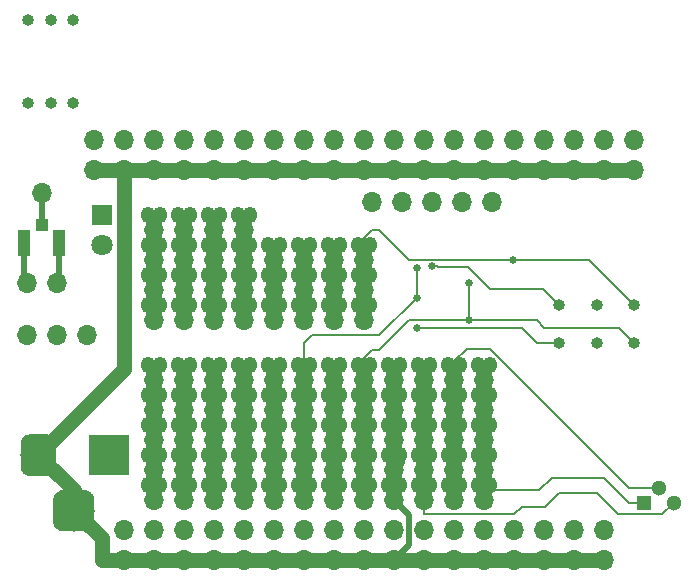
<source format=gbl>
G04 #@! TF.GenerationSoftware,KiCad,Pcbnew,5.0.2+dfsg1-1~bpo9+1*
G04 #@! TF.CreationDate,2020-04-14T03:18:22-04:00*
G04 #@! TF.ProjectId,attiny10,61747469-6e79-4313-902e-6b696361645f,0.10.a*
G04 #@! TF.SameCoordinates,Original*
G04 #@! TF.FileFunction,Copper,L2,Bot*
G04 #@! TF.FilePolarity,Positive*
%FSLAX46Y46*%
G04 Gerber Fmt 4.6, Leading zero omitted, Abs format (unit mm)*
G04 Created by KiCad (PCBNEW 5.0.2+dfsg1-1~bpo9+1) date Tue 14 Apr 2020 03:18:22 AM EDT*
%MOMM*%
%LPD*%
G01*
G04 APERTURE LIST*
G04 #@! TA.AperFunction,ComponentPad*
%ADD10O,1.000000X1.000000*%
G04 #@! TD*
G04 #@! TA.AperFunction,ComponentPad*
%ADD11O,1.700000X1.700000*%
G04 #@! TD*
G04 #@! TA.AperFunction,ComponentPad*
%ADD12O,1.200000X1.400000*%
G04 #@! TD*
G04 #@! TA.AperFunction,SMDPad,CuDef*
%ADD13R,1.050000X2.200000*%
G04 #@! TD*
G04 #@! TA.AperFunction,SMDPad,CuDef*
%ADD14R,1.000000X1.050000*%
G04 #@! TD*
G04 #@! TA.AperFunction,ComponentPad*
%ADD15C,1.800000*%
G04 #@! TD*
G04 #@! TA.AperFunction,ComponentPad*
%ADD16R,1.800000X1.800000*%
G04 #@! TD*
G04 #@! TA.AperFunction,ComponentPad*
%ADD17R,1.300000X1.300000*%
G04 #@! TD*
G04 #@! TA.AperFunction,ComponentPad*
%ADD18C,1.300000*%
G04 #@! TD*
G04 #@! TA.AperFunction,Conductor*
%ADD19C,0.150000*%
G04 #@! TD*
G04 #@! TA.AperFunction,ComponentPad*
%ADD20C,3.500000*%
G04 #@! TD*
G04 #@! TA.AperFunction,ComponentPad*
%ADD21C,3.000000*%
G04 #@! TD*
G04 #@! TA.AperFunction,ComponentPad*
%ADD22R,3.500000X3.500000*%
G04 #@! TD*
G04 #@! TA.AperFunction,ViaPad*
%ADD23C,0.635000*%
G04 #@! TD*
G04 #@! TA.AperFunction,Conductor*
%ADD24C,0.406400*%
G04 #@! TD*
G04 #@! TA.AperFunction,Conductor*
%ADD25C,0.508000*%
G04 #@! TD*
G04 #@! TA.AperFunction,Conductor*
%ADD26C,0.203200*%
G04 #@! TD*
G04 #@! TA.AperFunction,Conductor*
%ADD27C,1.270000*%
G04 #@! TD*
G04 APERTURE END LIST*
D10*
G04 #@! TO.P,REF\002A\002A,1*
G04 #@! TO.N,N/C*
X35687000Y-57150000D03*
G04 #@! TD*
G04 #@! TO.P,REF\002A\002A,1*
G04 #@! TO.N,N/C*
X33782000Y-57150000D03*
G04 #@! TD*
G04 #@! TO.P,REF\002A\002A,1*
G04 #@! TO.N,N/C*
X31877000Y-57150000D03*
G04 #@! TD*
G04 #@! TO.P,REF\002A\002A,1*
G04 #@! TO.N,N/C*
X35687000Y-64135000D03*
G04 #@! TD*
G04 #@! TO.P,REF\002A\002A,1*
G04 #@! TO.N,N/C*
X33782000Y-64135000D03*
G04 #@! TD*
G04 #@! TO.P,REF\002A\002A,1*
G04 #@! TO.N,N/C*
X31877000Y-64135000D03*
G04 #@! TD*
D11*
G04 #@! TO.P,REF\002A\002A,1*
G04 #@! TO.N,N/C*
X36830000Y-83820000D03*
G04 #@! TD*
G04 #@! TO.P,REF\002A\002A,1*
G04 #@! TO.N,N/C*
X34290000Y-83820000D03*
G04 #@! TD*
D10*
G04 #@! TO.P,REF\002A\002A,1*
G04 #@! TO.N,N/C*
X76835000Y-84455000D03*
G04 #@! TD*
G04 #@! TO.P,REF\002A\002A,1*
G04 #@! TO.N,N/C*
X80010000Y-84455000D03*
G04 #@! TD*
G04 #@! TO.P,REF\002A\002A,1*
G04 #@! TO.N,N/C*
X83185000Y-84455000D03*
G04 #@! TD*
G04 #@! TO.P,REF\002A\002A,1*
G04 #@! TO.N,N/C*
X83185000Y-81280000D03*
G04 #@! TD*
G04 #@! TO.P,REF\002A\002A,1*
G04 #@! TO.N,N/C*
X80010000Y-81280000D03*
G04 #@! TD*
D11*
G04 #@! TO.P,REF\002A\002A,1*
G04 #@! TO.N,N/C*
X67945000Y-102870000D03*
G04 #@! TD*
G04 #@! TO.P,REF\002A\002A,1*
G04 #@! TO.N,N/C*
X60960000Y-72517000D03*
G04 #@! TD*
G04 #@! TO.P,REF\002A\002A,1*
G04 #@! TO.N,N/C*
X71120000Y-72517000D03*
G04 #@! TD*
G04 #@! TO.P,REF\002A\002A,1*
G04 #@! TO.N,N/C*
X68580000Y-72517000D03*
G04 #@! TD*
G04 #@! TO.P,REF\002A\002A,1*
G04 #@! TO.N,N/C*
X66040000Y-72517000D03*
G04 #@! TD*
G04 #@! TO.P,REF\002A\002A,1*
G04 #@! TO.N,N/C*
X63500000Y-72517000D03*
G04 #@! TD*
G04 #@! TO.P,REF\002A\002A,1*
G04 #@! TO.N,N/C*
X73025000Y-69850000D03*
G04 #@! TD*
G04 #@! TO.P,REF\002A\002A,1*
G04 #@! TO.N,N/C*
X70485000Y-69850000D03*
G04 #@! TD*
G04 #@! TO.P,REF\002A\002A,1*
G04 #@! TO.N,N/C*
X67945000Y-69850000D03*
G04 #@! TD*
G04 #@! TO.P,REF\002A\002A,1*
G04 #@! TO.N,N/C*
X65405000Y-69850000D03*
G04 #@! TD*
G04 #@! TO.P,REF\002A\002A,1*
G04 #@! TO.N,N/C*
X33020000Y-71755000D03*
G04 #@! TD*
G04 #@! TO.P,REF\002A\002A,1*
G04 #@! TO.N,N/C*
X34290000Y-79375000D03*
G04 #@! TD*
G04 #@! TO.P,REF\002A\002A,1*
G04 #@! TO.N,N/C*
X31750000Y-79375000D03*
G04 #@! TD*
G04 #@! TO.P,REF\002A\002A,1*
G04 #@! TO.N,N/C*
X83185000Y-69850000D03*
G04 #@! TD*
G04 #@! TO.P,REF\002A\002A,1*
G04 #@! TO.N,N/C*
X70485000Y-67310000D03*
G04 #@! TD*
G04 #@! TO.P,REF\002A\002A,1*
G04 #@! TO.N,N/C*
X83185000Y-67310000D03*
G04 #@! TD*
G04 #@! TO.P,REF\002A\002A,1*
G04 #@! TO.N,N/C*
X75565000Y-67310000D03*
G04 #@! TD*
G04 #@! TO.P,REF\002A\002A,1*
G04 #@! TO.N,N/C*
X78105000Y-69850000D03*
G04 #@! TD*
G04 #@! TO.P,REF\002A\002A,1*
G04 #@! TO.N,N/C*
X78105000Y-67310000D03*
G04 #@! TD*
G04 #@! TO.P,REF\002A\002A,1*
G04 #@! TO.N,N/C*
X80645000Y-67310000D03*
G04 #@! TD*
G04 #@! TO.P,REF\002A\002A,1*
G04 #@! TO.N,N/C*
X73025000Y-67310000D03*
G04 #@! TD*
G04 #@! TO.P,REF\002A\002A,1*
G04 #@! TO.N,N/C*
X75565000Y-69850000D03*
G04 #@! TD*
G04 #@! TO.P,REF\002A\002A,1*
G04 #@! TO.N,N/C*
X80645000Y-69850000D03*
G04 #@! TD*
G04 #@! TO.P,REF\002A\002A,1*
G04 #@! TO.N,N/C*
X80645000Y-102870000D03*
G04 #@! TD*
G04 #@! TO.P,REF\002A\002A,1*
G04 #@! TO.N,N/C*
X75565000Y-102870000D03*
G04 #@! TD*
G04 #@! TO.P,REF\002A\002A,1*
G04 #@! TO.N,N/C*
X70485000Y-102870000D03*
G04 #@! TD*
G04 #@! TO.P,REF\002A\002A,1*
G04 #@! TO.N,N/C*
X78105000Y-102870000D03*
G04 #@! TD*
G04 #@! TO.P,REF\002A\002A,1*
G04 #@! TO.N,N/C*
X73025000Y-102870000D03*
G04 #@! TD*
G04 #@! TO.P,REF\002A\002A,1*
G04 #@! TO.N,N/C*
X73025000Y-100330000D03*
G04 #@! TD*
G04 #@! TO.P,REF\002A\002A,1*
G04 #@! TO.N,N/C*
X78105000Y-100330000D03*
G04 #@! TD*
G04 #@! TO.P,REF\002A\002A,1*
G04 #@! TO.N,N/C*
X80645000Y-100330000D03*
G04 #@! TD*
G04 #@! TO.P,REF\002A\002A,1*
G04 #@! TO.N,N/C*
X75565000Y-100330000D03*
G04 #@! TD*
G04 #@! TO.P,REF\002A\002A,1*
G04 #@! TO.N,N/C*
X70485000Y-100330000D03*
G04 #@! TD*
G04 #@! TO.P,REF\002A\002A,1*
G04 #@! TO.N,N/C*
X70485000Y-92710000D03*
G04 #@! TD*
G04 #@! TO.P,REF\002A\002A,1*
G04 #@! TO.N,N/C*
X65405000Y-90170000D03*
G04 #@! TD*
G04 #@! TO.P,REF\002A\002A,1*
G04 #@! TO.N,N/C*
X65405000Y-97790000D03*
G04 #@! TD*
G04 #@! TO.P,REF\002A\002A,1*
G04 #@! TO.N,N/C*
X62865000Y-87630000D03*
G04 #@! TD*
G04 #@! TO.P,REF\002A\002A,1*
G04 #@! TO.N,N/C*
X62865000Y-90170000D03*
G04 #@! TD*
G04 #@! TO.P,REF\002A\002A,1*
G04 #@! TO.N,N/C*
X67945000Y-95250000D03*
G04 #@! TD*
G04 #@! TO.P,REF\002A\002A,1*
G04 #@! TO.N,N/C*
X67945000Y-92710000D03*
G04 #@! TD*
G04 #@! TO.P,REF\002A\002A,1*
G04 #@! TO.N,N/C*
X70485000Y-97790000D03*
G04 #@! TD*
G04 #@! TO.P,REF\002A\002A,1*
G04 #@! TO.N,N/C*
X70485000Y-90170000D03*
G04 #@! TD*
G04 #@! TO.P,REF\002A\002A,1*
G04 #@! TO.N,N/C*
X70485000Y-95250000D03*
G04 #@! TD*
G04 #@! TO.P,REF\002A\002A,1*
G04 #@! TO.N,N/C*
X62865000Y-95250000D03*
G04 #@! TD*
G04 #@! TO.P,REF\002A\002A,1*
G04 #@! TO.N,N/C*
X62865000Y-92710000D03*
G04 #@! TD*
G04 #@! TO.P,REF\002A\002A,1*
G04 #@! TO.N,N/C*
X65405000Y-95250000D03*
G04 #@! TD*
G04 #@! TO.P,REF\002A\002A,1*
G04 #@! TO.N,N/C*
X65405000Y-92710000D03*
G04 #@! TD*
G04 #@! TO.P,REF\002A\002A,1*
G04 #@! TO.N,N/C*
X67945000Y-97790000D03*
G04 #@! TD*
G04 #@! TO.P,REF\002A\002A,1*
G04 #@! TO.N,N/C*
X62865000Y-97790000D03*
G04 #@! TD*
G04 #@! TO.P,REF\002A\002A,1*
G04 #@! TO.N,N/C*
X67945000Y-90170000D03*
G04 #@! TD*
G04 #@! TO.P,REF\002A\002A,1*
G04 #@! TO.N,N/C*
X67945000Y-87630000D03*
G04 #@! TD*
D12*
G04 #@! TO.P,P?,8*
G04 #@! TO.N,N/C*
X71020000Y-88900000D03*
G04 #@! TO.P,P?,7*
X69950000Y-88900000D03*
G04 #@! TO.P,P?,6*
X68480000Y-88900000D03*
G04 #@! TO.P,P?,5*
X67410000Y-88900000D03*
G04 #@! TO.P,P?,4*
X65940000Y-88900000D03*
G04 #@! TO.P,P?,3*
X64870000Y-88900000D03*
G04 #@! TO.P,P?,2*
X63400000Y-88900000D03*
G04 #@! TO.P,P?,1*
X62330000Y-88900000D03*
G04 #@! TD*
G04 #@! TO.P,P?,8*
G04 #@! TO.N,N/C*
X71020000Y-96520000D03*
G04 #@! TO.P,P?,7*
X69950000Y-96520000D03*
G04 #@! TO.P,P?,6*
X68480000Y-96520000D03*
G04 #@! TO.P,P?,5*
X67410000Y-96520000D03*
G04 #@! TO.P,P?,4*
X65940000Y-96520000D03*
G04 #@! TO.P,P?,3*
X64870000Y-96520000D03*
G04 #@! TO.P,P?,2*
X63400000Y-96520000D03*
G04 #@! TO.P,P?,1*
X62330000Y-96520000D03*
G04 #@! TD*
G04 #@! TO.P,P?,8*
G04 #@! TO.N,N/C*
X71020000Y-86360000D03*
G04 #@! TO.P,P?,7*
X69950000Y-86360000D03*
G04 #@! TO.P,P?,6*
X68480000Y-86360000D03*
G04 #@! TO.P,P?,5*
X67410000Y-86360000D03*
G04 #@! TO.P,P?,4*
X65940000Y-86360000D03*
G04 #@! TO.P,P?,3*
X64870000Y-86360000D03*
G04 #@! TO.P,P?,2*
X63400000Y-86360000D03*
G04 #@! TO.P,P?,1*
X62330000Y-86360000D03*
G04 #@! TD*
G04 #@! TO.P,P?,8*
G04 #@! TO.N,N/C*
X71020000Y-93980000D03*
G04 #@! TO.P,P?,7*
X69950000Y-93980000D03*
G04 #@! TO.P,P?,6*
X68480000Y-93980000D03*
G04 #@! TO.P,P?,5*
X67410000Y-93980000D03*
G04 #@! TO.P,P?,4*
X65940000Y-93980000D03*
G04 #@! TO.P,P?,3*
X64870000Y-93980000D03*
G04 #@! TO.P,P?,2*
X63400000Y-93980000D03*
G04 #@! TO.P,P?,1*
X62330000Y-93980000D03*
G04 #@! TD*
G04 #@! TO.P,P?,8*
G04 #@! TO.N,N/C*
X71020000Y-91440000D03*
G04 #@! TO.P,P?,7*
X69950000Y-91440000D03*
G04 #@! TO.P,P?,6*
X68480000Y-91440000D03*
G04 #@! TO.P,P?,5*
X67410000Y-91440000D03*
G04 #@! TO.P,P?,4*
X65940000Y-91440000D03*
G04 #@! TO.P,P?,3*
X64870000Y-91440000D03*
G04 #@! TO.P,P?,2*
X63400000Y-91440000D03*
G04 #@! TO.P,P?,1*
X62330000Y-91440000D03*
G04 #@! TD*
D11*
G04 #@! TO.P,REF\002A\002A,1*
G04 #@! TO.N,N/C*
X65405000Y-87630000D03*
G04 #@! TD*
G04 #@! TO.P,REF\002A\002A,1*
G04 #@! TO.N,N/C*
X70485000Y-87630000D03*
G04 #@! TD*
G04 #@! TO.P,REF\002A\002A,1*
G04 #@! TO.N,N/C*
X50165000Y-77470000D03*
G04 #@! TD*
G04 #@! TO.P,REF\002A\002A,1*
G04 #@! TO.N,N/C*
X52705000Y-82550000D03*
G04 #@! TD*
G04 #@! TO.P,REF\002A\002A,1*
G04 #@! TO.N,N/C*
X52705000Y-80010000D03*
G04 #@! TD*
G04 #@! TO.P,REF\002A\002A,1*
G04 #@! TO.N,N/C*
X57785000Y-82550000D03*
G04 #@! TD*
G04 #@! TO.P,REF\002A\002A,1*
G04 #@! TO.N,N/C*
X45085000Y-74930000D03*
G04 #@! TD*
G04 #@! TO.P,REF\002A\002A,1*
G04 #@! TO.N,N/C*
X45085000Y-82550000D03*
G04 #@! TD*
G04 #@! TO.P,REF\002A\002A,1*
G04 #@! TO.N,N/C*
X42545000Y-74930000D03*
G04 #@! TD*
G04 #@! TO.P,REF\002A\002A,1*
G04 #@! TO.N,N/C*
X47625000Y-80010000D03*
G04 #@! TD*
G04 #@! TO.P,REF\002A\002A,1*
G04 #@! TO.N,N/C*
X47625000Y-77470000D03*
G04 #@! TD*
G04 #@! TO.P,REF\002A\002A,1*
G04 #@! TO.N,N/C*
X50165000Y-82550000D03*
G04 #@! TD*
G04 #@! TO.P,REF\002A\002A,1*
G04 #@! TO.N,N/C*
X50165000Y-74930000D03*
G04 #@! TD*
G04 #@! TO.P,REF\002A\002A,1*
G04 #@! TO.N,N/C*
X57785000Y-77470000D03*
G04 #@! TD*
G04 #@! TO.P,REF\002A\002A,1*
G04 #@! TO.N,N/C*
X55245000Y-77470000D03*
G04 #@! TD*
G04 #@! TO.P,REF\002A\002A,1*
G04 #@! TO.N,N/C*
X50165000Y-80010000D03*
G04 #@! TD*
G04 #@! TO.P,REF\002A\002A,1*
G04 #@! TO.N,N/C*
X42545000Y-80010000D03*
G04 #@! TD*
G04 #@! TO.P,REF\002A\002A,1*
G04 #@! TO.N,N/C*
X42545000Y-77470000D03*
G04 #@! TD*
G04 #@! TO.P,REF\002A\002A,1*
G04 #@! TO.N,N/C*
X55245000Y-80010000D03*
G04 #@! TD*
G04 #@! TO.P,REF\002A\002A,1*
G04 #@! TO.N,N/C*
X60325000Y-82550000D03*
G04 #@! TD*
G04 #@! TO.P,REF\002A\002A,1*
G04 #@! TO.N,N/C*
X60325000Y-80010000D03*
G04 #@! TD*
G04 #@! TO.P,REF\002A\002A,1*
G04 #@! TO.N,N/C*
X52705000Y-77470000D03*
G04 #@! TD*
D12*
G04 #@! TO.P,P?,1*
G04 #@! TO.N,N/C*
X52170000Y-76200000D03*
G04 #@! TO.P,P?,2*
X53240000Y-76200000D03*
G04 #@! TO.P,P?,3*
X54710000Y-76200000D03*
G04 #@! TO.P,P?,4*
X55780000Y-76200000D03*
G04 #@! TO.P,P?,5*
X57250000Y-76200000D03*
G04 #@! TO.P,P?,6*
X58320000Y-76200000D03*
G04 #@! TO.P,P?,7*
X59790000Y-76200000D03*
G04 #@! TO.P,P?,8*
X60860000Y-76200000D03*
G04 #@! TD*
D11*
G04 #@! TO.P,REF\002A\002A,1*
G04 #@! TO.N,N/C*
X55245000Y-82550000D03*
G04 #@! TD*
G04 #@! TO.P,REF\002A\002A,1*
G04 #@! TO.N,N/C*
X57785000Y-80010000D03*
G04 #@! TD*
D12*
G04 #@! TO.P,P?,1*
G04 #@! TO.N,N/C*
X52170000Y-81280000D03*
G04 #@! TO.P,P?,2*
X53240000Y-81280000D03*
G04 #@! TO.P,P?,3*
X54710000Y-81280000D03*
G04 #@! TO.P,P?,4*
X55780000Y-81280000D03*
G04 #@! TO.P,P?,5*
X57250000Y-81280000D03*
G04 #@! TO.P,P?,6*
X58320000Y-81280000D03*
G04 #@! TO.P,P?,7*
X59790000Y-81280000D03*
G04 #@! TO.P,P?,8*
X60860000Y-81280000D03*
G04 #@! TD*
D11*
G04 #@! TO.P,REF\002A\002A,1*
G04 #@! TO.N,N/C*
X45085000Y-80010000D03*
G04 #@! TD*
G04 #@! TO.P,REF\002A\002A,1*
G04 #@! TO.N,N/C*
X45085000Y-77470000D03*
G04 #@! TD*
D12*
G04 #@! TO.P,P?,1*
G04 #@! TO.N,N/C*
X52170000Y-78740000D03*
G04 #@! TO.P,P?,2*
X53240000Y-78740000D03*
G04 #@! TO.P,P?,3*
X54710000Y-78740000D03*
G04 #@! TO.P,P?,4*
X55780000Y-78740000D03*
G04 #@! TO.P,P?,5*
X57250000Y-78740000D03*
G04 #@! TO.P,P?,6*
X58320000Y-78740000D03*
G04 #@! TO.P,P?,7*
X59790000Y-78740000D03*
G04 #@! TO.P,P?,8*
X60860000Y-78740000D03*
G04 #@! TD*
D11*
G04 #@! TO.P,REF\002A\002A,1*
G04 #@! TO.N,N/C*
X47625000Y-82550000D03*
G04 #@! TD*
G04 #@! TO.P,REF\002A\002A,1*
G04 #@! TO.N,N/C*
X42545000Y-82550000D03*
G04 #@! TD*
G04 #@! TO.P,REF\002A\002A,1*
G04 #@! TO.N,N/C*
X47625000Y-74930000D03*
G04 #@! TD*
G04 #@! TO.P,REF\002A\002A,1*
G04 #@! TO.N,N/C*
X60325000Y-77470000D03*
G04 #@! TD*
D12*
G04 #@! TO.P,P?,8*
G04 #@! TO.N,N/C*
X50700000Y-73660000D03*
G04 #@! TO.P,P?,7*
X49630000Y-73660000D03*
G04 #@! TO.P,P?,6*
X48160000Y-73660000D03*
G04 #@! TO.P,P?,5*
X47090000Y-73660000D03*
G04 #@! TO.P,P?,4*
X45620000Y-73660000D03*
G04 #@! TO.P,P?,3*
X44550000Y-73660000D03*
G04 #@! TO.P,P?,2*
X43080000Y-73660000D03*
G04 #@! TO.P,P?,1*
X42010000Y-73660000D03*
G04 #@! TD*
G04 #@! TO.P,P?,8*
G04 #@! TO.N,N/C*
X50700000Y-81280000D03*
G04 #@! TO.P,P?,7*
X49630000Y-81280000D03*
G04 #@! TO.P,P?,6*
X48160000Y-81280000D03*
G04 #@! TO.P,P?,5*
X47090000Y-81280000D03*
G04 #@! TO.P,P?,4*
X45620000Y-81280000D03*
G04 #@! TO.P,P?,3*
X44550000Y-81280000D03*
G04 #@! TO.P,P?,2*
X43080000Y-81280000D03*
G04 #@! TO.P,P?,1*
X42010000Y-81280000D03*
G04 #@! TD*
G04 #@! TO.P,P?,8*
G04 #@! TO.N,N/C*
X50700000Y-78740000D03*
G04 #@! TO.P,P?,7*
X49630000Y-78740000D03*
G04 #@! TO.P,P?,6*
X48160000Y-78740000D03*
G04 #@! TO.P,P?,5*
X47090000Y-78740000D03*
G04 #@! TO.P,P?,4*
X45620000Y-78740000D03*
G04 #@! TO.P,P?,3*
X44550000Y-78740000D03*
G04 #@! TO.P,P?,2*
X43080000Y-78740000D03*
G04 #@! TO.P,P?,1*
X42010000Y-78740000D03*
G04 #@! TD*
G04 #@! TO.P,P?,8*
G04 #@! TO.N,N/C*
X50700000Y-76200000D03*
G04 #@! TO.P,P?,7*
X49630000Y-76200000D03*
G04 #@! TO.P,P?,6*
X48160000Y-76200000D03*
G04 #@! TO.P,P?,5*
X47090000Y-76200000D03*
G04 #@! TO.P,P?,4*
X45620000Y-76200000D03*
G04 #@! TO.P,P?,3*
X44550000Y-76200000D03*
G04 #@! TO.P,P?,2*
X43080000Y-76200000D03*
G04 #@! TO.P,P?,1*
X42010000Y-76200000D03*
G04 #@! TD*
D11*
G04 #@! TO.P,REF\002A\002A,1*
G04 #@! TO.N,N/C*
X60325000Y-92710000D03*
G04 #@! TD*
G04 #@! TO.P,REF\002A\002A,1*
G04 #@! TO.N,N/C*
X55245000Y-90170000D03*
G04 #@! TD*
G04 #@! TO.P,REF\002A\002A,1*
G04 #@! TO.N,N/C*
X55245000Y-97790000D03*
G04 #@! TD*
G04 #@! TO.P,REF\002A\002A,1*
G04 #@! TO.N,N/C*
X52705000Y-87630000D03*
G04 #@! TD*
G04 #@! TO.P,REF\002A\002A,1*
G04 #@! TO.N,N/C*
X52705000Y-90170000D03*
G04 #@! TD*
G04 #@! TO.P,REF\002A\002A,1*
G04 #@! TO.N,N/C*
X57785000Y-95250000D03*
G04 #@! TD*
G04 #@! TO.P,REF\002A\002A,1*
G04 #@! TO.N,N/C*
X57785000Y-92710000D03*
G04 #@! TD*
G04 #@! TO.P,REF\002A\002A,1*
G04 #@! TO.N,N/C*
X60325000Y-97790000D03*
G04 #@! TD*
G04 #@! TO.P,REF\002A\002A,1*
G04 #@! TO.N,N/C*
X60325000Y-90170000D03*
G04 #@! TD*
G04 #@! TO.P,REF\002A\002A,1*
G04 #@! TO.N,N/C*
X60325000Y-95250000D03*
G04 #@! TD*
G04 #@! TO.P,REF\002A\002A,1*
G04 #@! TO.N,N/C*
X52705000Y-95250000D03*
G04 #@! TD*
G04 #@! TO.P,REF\002A\002A,1*
G04 #@! TO.N,N/C*
X52705000Y-92710000D03*
G04 #@! TD*
G04 #@! TO.P,REF\002A\002A,1*
G04 #@! TO.N,N/C*
X55245000Y-95250000D03*
G04 #@! TD*
G04 #@! TO.P,REF\002A\002A,1*
G04 #@! TO.N,N/C*
X55245000Y-92710000D03*
G04 #@! TD*
G04 #@! TO.P,REF\002A\002A,1*
G04 #@! TO.N,N/C*
X57785000Y-97790000D03*
G04 #@! TD*
G04 #@! TO.P,REF\002A\002A,1*
G04 #@! TO.N,N/C*
X52705000Y-97790000D03*
G04 #@! TD*
G04 #@! TO.P,REF\002A\002A,1*
G04 #@! TO.N,N/C*
X57785000Y-90170000D03*
G04 #@! TD*
G04 #@! TO.P,REF\002A\002A,1*
G04 #@! TO.N,N/C*
X57785000Y-87630000D03*
G04 #@! TD*
D12*
G04 #@! TO.P,P?,8*
G04 #@! TO.N,N/C*
X60860000Y-88900000D03*
G04 #@! TO.P,P?,7*
X59790000Y-88900000D03*
G04 #@! TO.P,P?,6*
X58320000Y-88900000D03*
G04 #@! TO.P,P?,5*
X57250000Y-88900000D03*
G04 #@! TO.P,P?,4*
X55780000Y-88900000D03*
G04 #@! TO.P,P?,3*
X54710000Y-88900000D03*
G04 #@! TO.P,P?,2*
X53240000Y-88900000D03*
G04 #@! TO.P,P?,1*
X52170000Y-88900000D03*
G04 #@! TD*
G04 #@! TO.P,P?,8*
G04 #@! TO.N,N/C*
X60860000Y-96520000D03*
G04 #@! TO.P,P?,7*
X59790000Y-96520000D03*
G04 #@! TO.P,P?,6*
X58320000Y-96520000D03*
G04 #@! TO.P,P?,5*
X57250000Y-96520000D03*
G04 #@! TO.P,P?,4*
X55780000Y-96520000D03*
G04 #@! TO.P,P?,3*
X54710000Y-96520000D03*
G04 #@! TO.P,P?,2*
X53240000Y-96520000D03*
G04 #@! TO.P,P?,1*
X52170000Y-96520000D03*
G04 #@! TD*
G04 #@! TO.P,P?,8*
G04 #@! TO.N,N/C*
X60860000Y-86360000D03*
G04 #@! TO.P,P?,7*
X59790000Y-86360000D03*
G04 #@! TO.P,P?,6*
X58320000Y-86360000D03*
G04 #@! TO.P,P?,5*
X57250000Y-86360000D03*
G04 #@! TO.P,P?,4*
X55780000Y-86360000D03*
G04 #@! TO.P,P?,3*
X54710000Y-86360000D03*
G04 #@! TO.P,P?,2*
X53240000Y-86360000D03*
G04 #@! TO.P,P?,1*
X52170000Y-86360000D03*
G04 #@! TD*
G04 #@! TO.P,P?,8*
G04 #@! TO.N,N/C*
X60860000Y-93980000D03*
G04 #@! TO.P,P?,7*
X59790000Y-93980000D03*
G04 #@! TO.P,P?,6*
X58320000Y-93980000D03*
G04 #@! TO.P,P?,5*
X57250000Y-93980000D03*
G04 #@! TO.P,P?,4*
X55780000Y-93980000D03*
G04 #@! TO.P,P?,3*
X54710000Y-93980000D03*
G04 #@! TO.P,P?,2*
X53240000Y-93980000D03*
G04 #@! TO.P,P?,1*
X52170000Y-93980000D03*
G04 #@! TD*
G04 #@! TO.P,P?,8*
G04 #@! TO.N,N/C*
X60860000Y-91440000D03*
G04 #@! TO.P,P?,7*
X59790000Y-91440000D03*
G04 #@! TO.P,P?,6*
X58320000Y-91440000D03*
G04 #@! TO.P,P?,5*
X57250000Y-91440000D03*
G04 #@! TO.P,P?,4*
X55780000Y-91440000D03*
G04 #@! TO.P,P?,3*
X54710000Y-91440000D03*
G04 #@! TO.P,P?,2*
X53240000Y-91440000D03*
G04 #@! TO.P,P?,1*
X52170000Y-91440000D03*
G04 #@! TD*
D11*
G04 #@! TO.P,REF\002A\002A,1*
G04 #@! TO.N,N/C*
X55245000Y-87630000D03*
G04 #@! TD*
G04 #@! TO.P,REF\002A\002A,1*
G04 #@! TO.N,N/C*
X60325000Y-87630000D03*
G04 #@! TD*
G04 #@! TO.P,REF\002A\002A,1*
G04 #@! TO.N,N/C*
X50165000Y-95250000D03*
G04 #@! TD*
G04 #@! TO.P,REF\002A\002A,1*
G04 #@! TO.N,N/C*
X50165000Y-92710000D03*
G04 #@! TD*
G04 #@! TO.P,REF\002A\002A,1*
G04 #@! TO.N,N/C*
X50165000Y-97790000D03*
G04 #@! TD*
G04 #@! TO.P,REF\002A\002A,1*
G04 #@! TO.N,N/C*
X50165000Y-90170000D03*
G04 #@! TD*
G04 #@! TO.P,REF\002A\002A,1*
G04 #@! TO.N,N/C*
X50165000Y-87630000D03*
G04 #@! TD*
G04 #@! TO.P,REF\002A\002A,1*
G04 #@! TO.N,N/C*
X47625000Y-90170000D03*
G04 #@! TD*
G04 #@! TO.P,REF\002A\002A,1*
G04 #@! TO.N,N/C*
X47625000Y-97790000D03*
G04 #@! TD*
G04 #@! TO.P,REF\002A\002A,1*
G04 #@! TO.N,N/C*
X47625000Y-95250000D03*
G04 #@! TD*
G04 #@! TO.P,REF\002A\002A,1*
G04 #@! TO.N,N/C*
X47625000Y-92710000D03*
G04 #@! TD*
G04 #@! TO.P,REF\002A\002A,1*
G04 #@! TO.N,N/C*
X47625000Y-87630000D03*
G04 #@! TD*
G04 #@! TO.P,REF\002A\002A,1*
G04 #@! TO.N,N/C*
X45085000Y-87630000D03*
G04 #@! TD*
G04 #@! TO.P,REF\002A\002A,1*
G04 #@! TO.N,N/C*
X45085000Y-90170000D03*
G04 #@! TD*
G04 #@! TO.P,REF\002A\002A,1*
G04 #@! TO.N,N/C*
X45085000Y-95250000D03*
G04 #@! TD*
G04 #@! TO.P,REF\002A\002A,1*
G04 #@! TO.N,N/C*
X45085000Y-92710000D03*
G04 #@! TD*
G04 #@! TO.P,REF\002A\002A,1*
G04 #@! TO.N,N/C*
X45085000Y-97790000D03*
G04 #@! TD*
G04 #@! TO.P,REF\002A\002A,1*
G04 #@! TO.N,N/C*
X42545000Y-97790000D03*
G04 #@! TD*
G04 #@! TO.P,REF\002A\002A,1*
G04 #@! TO.N,N/C*
X42545000Y-95250000D03*
G04 #@! TD*
G04 #@! TO.P,REF\002A\002A,1*
G04 #@! TO.N,N/C*
X42545000Y-92710000D03*
G04 #@! TD*
G04 #@! TO.P,REF\002A\002A,1*
G04 #@! TO.N,N/C*
X42545000Y-90170000D03*
G04 #@! TD*
G04 #@! TO.P,REF\002A\002A,1*
G04 #@! TO.N,N/C*
X42545000Y-87630000D03*
G04 #@! TD*
G04 #@! TO.P,REF\002A\002A,1*
G04 #@! TO.N,N/C*
X60325000Y-67310000D03*
G04 #@! TD*
G04 #@! TO.P,REF\002A\002A,1*
G04 #@! TO.N,N/C*
X55245000Y-67310000D03*
G04 #@! TD*
G04 #@! TO.P,REF\002A\002A,1*
G04 #@! TO.N,N/C*
X45085000Y-69850000D03*
G04 #@! TD*
G04 #@! TO.P,REF\002A\002A,1*
G04 #@! TO.N,N/C*
X67945000Y-67310000D03*
G04 #@! TD*
G04 #@! TO.P,REF\002A\002A,1*
G04 #@! TO.N,N/C*
X50165000Y-67310000D03*
G04 #@! TD*
G04 #@! TO.P,REF\002A\002A,1*
G04 #@! TO.N,N/C*
X40005000Y-69850000D03*
G04 #@! TD*
G04 #@! TO.P,REF\002A\002A,1*
G04 #@! TO.N,N/C*
X60325000Y-69850000D03*
G04 #@! TD*
G04 #@! TO.P,REF\002A\002A,1*
G04 #@! TO.N,N/C*
X55245000Y-69850000D03*
G04 #@! TD*
G04 #@! TO.P,REF\002A\002A,1*
G04 #@! TO.N,N/C*
X52705000Y-67310000D03*
G04 #@! TD*
G04 #@! TO.P,REF\002A\002A,1*
G04 #@! TO.N,N/C*
X37465000Y-67310000D03*
G04 #@! TD*
G04 #@! TO.P,REF\002A\002A,1*
G04 #@! TO.N,N/C*
X62865000Y-69850000D03*
G04 #@! TD*
G04 #@! TO.P,REF\002A\002A,1*
G04 #@! TO.N,N/C*
X42545000Y-69850000D03*
G04 #@! TD*
G04 #@! TO.P,REF\002A\002A,1*
G04 #@! TO.N,N/C*
X57785000Y-69850000D03*
G04 #@! TD*
G04 #@! TO.P,REF\002A\002A,1*
G04 #@! TO.N,N/C*
X37465000Y-69850000D03*
G04 #@! TD*
G04 #@! TO.P,REF\002A\002A,1*
G04 #@! TO.N,N/C*
X50165000Y-69850000D03*
G04 #@! TD*
G04 #@! TO.P,REF\002A\002A,1*
G04 #@! TO.N,N/C*
X42545000Y-67310000D03*
G04 #@! TD*
G04 #@! TO.P,REF\002A\002A,1*
G04 #@! TO.N,N/C*
X57785000Y-67310000D03*
G04 #@! TD*
G04 #@! TO.P,REF\002A\002A,1*
G04 #@! TO.N,N/C*
X45085000Y-67310000D03*
G04 #@! TD*
G04 #@! TO.P,REF\002A\002A,1*
G04 #@! TO.N,N/C*
X62865000Y-67310000D03*
G04 #@! TD*
G04 #@! TO.P,REF\002A\002A,1*
G04 #@! TO.N,N/C*
X40005000Y-67310000D03*
G04 #@! TD*
G04 #@! TO.P,REF\002A\002A,1*
G04 #@! TO.N,N/C*
X65405000Y-67310000D03*
G04 #@! TD*
G04 #@! TO.P,REF\002A\002A,1*
G04 #@! TO.N,N/C*
X47625000Y-67310000D03*
G04 #@! TD*
G04 #@! TO.P,REF\002A\002A,1*
G04 #@! TO.N,N/C*
X52705000Y-69850000D03*
G04 #@! TD*
G04 #@! TO.P,REF\002A\002A,1*
G04 #@! TO.N,N/C*
X47625000Y-69850000D03*
G04 #@! TD*
G04 #@! TO.P,REF\002A\002A,1*
G04 #@! TO.N,N/C*
X65405000Y-102870000D03*
G04 #@! TD*
G04 #@! TO.P,REF\002A\002A,1*
G04 #@! TO.N,N/C*
X60325000Y-102870000D03*
G04 #@! TD*
G04 #@! TO.P,REF\002A\002A,1*
G04 #@! TO.N,N/C*
X55245000Y-102870000D03*
G04 #@! TD*
G04 #@! TO.P,REF\002A\002A,1*
G04 #@! TO.N,N/C*
X57785000Y-100330000D03*
G04 #@! TD*
G04 #@! TO.P,REF\002A\002A,1*
G04 #@! TO.N,N/C*
X62865000Y-102870000D03*
G04 #@! TD*
G04 #@! TO.P,REF\002A\002A,1*
G04 #@! TO.N,N/C*
X57785000Y-102870000D03*
G04 #@! TD*
G04 #@! TO.P,REF\002A\002A,1*
G04 #@! TO.N,N/C*
X62865000Y-100330000D03*
G04 #@! TD*
G04 #@! TO.P,REF\002A\002A,1*
G04 #@! TO.N,N/C*
X65405000Y-100330000D03*
G04 #@! TD*
G04 #@! TO.P,REF\002A\002A,1*
G04 #@! TO.N,N/C*
X60325000Y-100330000D03*
G04 #@! TD*
G04 #@! TO.P,REF\002A\002A,1*
G04 #@! TO.N,N/C*
X67945000Y-100330000D03*
G04 #@! TD*
G04 #@! TO.P,REF\002A\002A,1*
G04 #@! TO.N,N/C*
X55245000Y-100330000D03*
G04 #@! TD*
G04 #@! TO.P,REF\002A\002A,1*
G04 #@! TO.N,N/C*
X50165000Y-102870000D03*
G04 #@! TD*
G04 #@! TO.P,REF\002A\002A,1*
G04 #@! TO.N,N/C*
X45085000Y-102870000D03*
G04 #@! TD*
G04 #@! TO.P,REF\002A\002A,1*
G04 #@! TO.N,N/C*
X47625000Y-100330000D03*
G04 #@! TD*
G04 #@! TO.P,REF\002A\002A,1*
G04 #@! TO.N,N/C*
X52705000Y-102870000D03*
G04 #@! TD*
G04 #@! TO.P,REF\002A\002A,1*
G04 #@! TO.N,N/C*
X47625000Y-102870000D03*
G04 #@! TD*
G04 #@! TO.P,REF\002A\002A,1*
G04 #@! TO.N,N/C*
X52705000Y-100330000D03*
G04 #@! TD*
G04 #@! TO.P,REF\002A\002A,1*
G04 #@! TO.N,N/C*
X50165000Y-100330000D03*
G04 #@! TD*
G04 #@! TO.P,REF\002A\002A,1*
G04 #@! TO.N,N/C*
X45085000Y-100330000D03*
G04 #@! TD*
G04 #@! TO.P,REF\002A\002A,1*
G04 #@! TO.N,N/C*
X42545000Y-102870000D03*
G04 #@! TD*
G04 #@! TO.P,REF\002A\002A,1*
G04 #@! TO.N,N/C*
X40005000Y-102870000D03*
G04 #@! TD*
G04 #@! TO.P,REF\002A\002A,1*
G04 #@! TO.N,N/C*
X42545000Y-100330000D03*
G04 #@! TD*
G04 #@! TO.P,REF\002A\002A,1*
G04 #@! TO.N,N/C*
X40005000Y-100330000D03*
G04 #@! TD*
D12*
G04 #@! TO.P,P?,1*
G04 #@! TO.N,N/C*
X42010000Y-96520000D03*
G04 #@! TO.P,P?,2*
X43080000Y-96520000D03*
G04 #@! TO.P,P?,3*
X44550000Y-96520000D03*
G04 #@! TO.P,P?,4*
X45620000Y-96520000D03*
G04 #@! TO.P,P?,5*
X47090000Y-96520000D03*
G04 #@! TO.P,P?,6*
X48160000Y-96520000D03*
G04 #@! TO.P,P?,7*
X49630000Y-96520000D03*
G04 #@! TO.P,P?,8*
X50700000Y-96520000D03*
G04 #@! TD*
G04 #@! TO.P,P?,1*
G04 #@! TO.N,N/C*
X42010000Y-93980000D03*
G04 #@! TO.P,P?,2*
X43080000Y-93980000D03*
G04 #@! TO.P,P?,3*
X44550000Y-93980000D03*
G04 #@! TO.P,P?,4*
X45620000Y-93980000D03*
G04 #@! TO.P,P?,5*
X47090000Y-93980000D03*
G04 #@! TO.P,P?,6*
X48160000Y-93980000D03*
G04 #@! TO.P,P?,7*
X49630000Y-93980000D03*
G04 #@! TO.P,P?,8*
X50700000Y-93980000D03*
G04 #@! TD*
G04 #@! TO.P,P?,1*
G04 #@! TO.N,N/C*
X42010000Y-91440000D03*
G04 #@! TO.P,P?,2*
X43080000Y-91440000D03*
G04 #@! TO.P,P?,3*
X44550000Y-91440000D03*
G04 #@! TO.P,P?,4*
X45620000Y-91440000D03*
G04 #@! TO.P,P?,5*
X47090000Y-91440000D03*
G04 #@! TO.P,P?,6*
X48160000Y-91440000D03*
G04 #@! TO.P,P?,7*
X49630000Y-91440000D03*
G04 #@! TO.P,P?,8*
X50700000Y-91440000D03*
G04 #@! TD*
G04 #@! TO.P,P?,1*
G04 #@! TO.N,N/C*
X42010000Y-88900000D03*
G04 #@! TO.P,P?,2*
X43080000Y-88900000D03*
G04 #@! TO.P,P?,3*
X44550000Y-88900000D03*
G04 #@! TO.P,P?,4*
X45620000Y-88900000D03*
G04 #@! TO.P,P?,5*
X47090000Y-88900000D03*
G04 #@! TO.P,P?,6*
X48160000Y-88900000D03*
G04 #@! TO.P,P?,7*
X49630000Y-88900000D03*
G04 #@! TO.P,P?,8*
X50700000Y-88900000D03*
G04 #@! TD*
G04 #@! TO.P,P?,1*
G04 #@! TO.N,N/C*
X42010000Y-86360000D03*
G04 #@! TO.P,P?,2*
X43080000Y-86360000D03*
G04 #@! TO.P,P?,3*
X44550000Y-86360000D03*
G04 #@! TO.P,P?,4*
X45620000Y-86360000D03*
G04 #@! TO.P,P?,5*
X47090000Y-86360000D03*
G04 #@! TO.P,P?,6*
X48160000Y-86360000D03*
G04 #@! TO.P,P?,7*
X49630000Y-86360000D03*
G04 #@! TO.P,P?,8*
X50700000Y-86360000D03*
G04 #@! TD*
D13*
G04 #@! TO.P,REF882,2*
G04 #@! TO.N,N/C*
X31545000Y-76040000D03*
D14*
G04 #@! TO.P,REF882,1*
X33020000Y-74515000D03*
D13*
G04 #@! TO.P,REF882,2*
X34495000Y-76040000D03*
G04 #@! TD*
D15*
G04 #@! TO.P,REF100552,2*
G04 #@! TO.N,N/C*
X38100000Y-76200000D03*
D16*
G04 #@! TO.P,REF100552,1*
X38100000Y-73660000D03*
G04 #@! TD*
D17*
G04 #@! TO.P,REF\002A\002A,1*
G04 #@! TO.N,N/C*
X84000000Y-98000000D03*
D18*
G04 #@! TO.P,REF\002A\002A,3*
X86540000Y-98000000D03*
G04 #@! TO.P,REF\002A\002A,2*
X85270000Y-96730000D03*
G04 #@! TD*
D19*
G04 #@! TO.N,N/C*
G04 #@! TO.C,REF\002A\002A*
G36*
X36695765Y-96934213D02*
X36780704Y-96946813D01*
X36863999Y-96967677D01*
X36944848Y-96996605D01*
X37022472Y-97033319D01*
X37096124Y-97077464D01*
X37165094Y-97128616D01*
X37228718Y-97186282D01*
X37286384Y-97249906D01*
X37337536Y-97318876D01*
X37381681Y-97392528D01*
X37418395Y-97470152D01*
X37447323Y-97551001D01*
X37468187Y-97634296D01*
X37480787Y-97719235D01*
X37485000Y-97805000D01*
X37485000Y-99555000D01*
X37480787Y-99640765D01*
X37468187Y-99725704D01*
X37447323Y-99808999D01*
X37418395Y-99889848D01*
X37381681Y-99967472D01*
X37337536Y-100041124D01*
X37286384Y-100110094D01*
X37228718Y-100173718D01*
X37165094Y-100231384D01*
X37096124Y-100282536D01*
X37022472Y-100326681D01*
X36944848Y-100363395D01*
X36863999Y-100392323D01*
X36780704Y-100413187D01*
X36695765Y-100425787D01*
X36610000Y-100430000D01*
X34860000Y-100430000D01*
X34774235Y-100425787D01*
X34689296Y-100413187D01*
X34606001Y-100392323D01*
X34525152Y-100363395D01*
X34447528Y-100326681D01*
X34373876Y-100282536D01*
X34304906Y-100231384D01*
X34241282Y-100173718D01*
X34183616Y-100110094D01*
X34132464Y-100041124D01*
X34088319Y-99967472D01*
X34051605Y-99889848D01*
X34022677Y-99808999D01*
X34001813Y-99725704D01*
X33989213Y-99640765D01*
X33985000Y-99555000D01*
X33985000Y-97805000D01*
X33989213Y-97719235D01*
X34001813Y-97634296D01*
X34022677Y-97551001D01*
X34051605Y-97470152D01*
X34088319Y-97392528D01*
X34132464Y-97318876D01*
X34183616Y-97249906D01*
X34241282Y-97186282D01*
X34304906Y-97128616D01*
X34373876Y-97077464D01*
X34447528Y-97033319D01*
X34525152Y-96996605D01*
X34606001Y-96967677D01*
X34689296Y-96946813D01*
X34774235Y-96934213D01*
X34860000Y-96930000D01*
X36610000Y-96930000D01*
X36695765Y-96934213D01*
X36695765Y-96934213D01*
G37*
D20*
G04 #@! TD*
G04 #@! TO.P,REF\002A\002A,3*
G04 #@! TO.N,N/C*
X35735000Y-98680000D03*
D19*
G04 #@! TO.N,N/C*
G04 #@! TO.C,REF\002A\002A*
G36*
X33558513Y-92233611D02*
X33631318Y-92244411D01*
X33702714Y-92262295D01*
X33772013Y-92287090D01*
X33838548Y-92318559D01*
X33901678Y-92356398D01*
X33960795Y-92400242D01*
X34015330Y-92449670D01*
X34064758Y-92504205D01*
X34108602Y-92563322D01*
X34146441Y-92626452D01*
X34177910Y-92692987D01*
X34202705Y-92762286D01*
X34220589Y-92833682D01*
X34231389Y-92906487D01*
X34235000Y-92980000D01*
X34235000Y-94980000D01*
X34231389Y-95053513D01*
X34220589Y-95126318D01*
X34202705Y-95197714D01*
X34177910Y-95267013D01*
X34146441Y-95333548D01*
X34108602Y-95396678D01*
X34064758Y-95455795D01*
X34015330Y-95510330D01*
X33960795Y-95559758D01*
X33901678Y-95603602D01*
X33838548Y-95641441D01*
X33772013Y-95672910D01*
X33702714Y-95697705D01*
X33631318Y-95715589D01*
X33558513Y-95726389D01*
X33485000Y-95730000D01*
X31985000Y-95730000D01*
X31911487Y-95726389D01*
X31838682Y-95715589D01*
X31767286Y-95697705D01*
X31697987Y-95672910D01*
X31631452Y-95641441D01*
X31568322Y-95603602D01*
X31509205Y-95559758D01*
X31454670Y-95510330D01*
X31405242Y-95455795D01*
X31361398Y-95396678D01*
X31323559Y-95333548D01*
X31292090Y-95267013D01*
X31267295Y-95197714D01*
X31249411Y-95126318D01*
X31238611Y-95053513D01*
X31235000Y-94980000D01*
X31235000Y-92980000D01*
X31238611Y-92906487D01*
X31249411Y-92833682D01*
X31267295Y-92762286D01*
X31292090Y-92692987D01*
X31323559Y-92626452D01*
X31361398Y-92563322D01*
X31405242Y-92504205D01*
X31454670Y-92449670D01*
X31509205Y-92400242D01*
X31568322Y-92356398D01*
X31631452Y-92318559D01*
X31697987Y-92287090D01*
X31767286Y-92262295D01*
X31838682Y-92244411D01*
X31911487Y-92233611D01*
X31985000Y-92230000D01*
X33485000Y-92230000D01*
X33558513Y-92233611D01*
X33558513Y-92233611D01*
G37*
D21*
G04 #@! TD*
G04 #@! TO.P,REF\002A\002A,2*
G04 #@! TO.N,N/C*
X32735000Y-93980000D03*
D22*
G04 #@! TO.P,REF\002A\002A,1*
G04 #@! TO.N,N/C*
X38735000Y-93980000D03*
G04 #@! TD*
D10*
G04 #@! TO.P,REF\002A\002A,1*
G04 #@! TO.N,N/C*
X76835000Y-81280000D03*
G04 #@! TD*
D11*
G04 #@! TO.P,REF\002A\002A,1*
G04 #@! TO.N,N/C*
X31750000Y-83820000D03*
G04 #@! TD*
D23*
G04 #@! TO.N,*
X64770000Y-78105000D03*
X64770000Y-80645000D03*
X69215000Y-79375000D03*
X69215000Y-82550000D03*
X66040000Y-77978000D03*
X64770000Y-83185000D03*
X72898000Y-77470000D03*
G04 #@! TD*
D24*
G04 #@! TO.N,*
X42545000Y-86995000D02*
X41910000Y-86360000D01*
X42545000Y-97790000D02*
X42545000Y-86995000D01*
X45085000Y-86995000D02*
X44450000Y-86360000D01*
X45085000Y-97790000D02*
X45085000Y-86995000D01*
X47625000Y-86995000D02*
X46990000Y-86360000D01*
X47625000Y-97790000D02*
X47625000Y-86995000D01*
X50165000Y-86995000D02*
X49530000Y-86360000D01*
X50165000Y-97790000D02*
X50165000Y-86995000D01*
X43180000Y-86360000D02*
X42545000Y-86995000D01*
X45085000Y-86995000D02*
X45720000Y-86360000D01*
X45085000Y-87630000D02*
X45085000Y-86995000D01*
X47625000Y-86995000D02*
X48260000Y-86360000D01*
X47625000Y-87630000D02*
X47625000Y-86995000D01*
X50165000Y-86995000D02*
X50800000Y-86360000D01*
X50165000Y-87630000D02*
X50165000Y-86995000D01*
X41910000Y-88900000D02*
X43180000Y-88900000D01*
X44450000Y-88900000D02*
X45720000Y-88900000D01*
X45720000Y-91440000D02*
X44450000Y-91440000D01*
X43180000Y-91440000D02*
X41910000Y-91440000D01*
X41910000Y-93980000D02*
X43180000Y-93980000D01*
X44450000Y-93980000D02*
X45720000Y-93980000D01*
X45720000Y-96520000D02*
X44450000Y-96520000D01*
X43180000Y-96520000D02*
X41910000Y-96520000D01*
X46990000Y-96520000D02*
X48260000Y-96520000D01*
X48260000Y-93980000D02*
X46990000Y-93980000D01*
X46990000Y-91440000D02*
X48260000Y-91440000D01*
X48260000Y-88900000D02*
X46990000Y-88900000D01*
X49530000Y-88900000D02*
X50800000Y-88900000D01*
X50800000Y-91440000D02*
X49530000Y-91440000D01*
X49530000Y-93980000D02*
X50800000Y-93980000D01*
X50800000Y-96520000D02*
X49530000Y-96520000D01*
X52070000Y-88900000D02*
X53340000Y-88900000D01*
X54610000Y-88900000D02*
X55880000Y-88900000D01*
X55880000Y-91440000D02*
X54610000Y-91440000D01*
X53340000Y-91440000D02*
X52070000Y-91440000D01*
X52070000Y-93980000D02*
X53340000Y-93980000D01*
X54610000Y-93980000D02*
X55880000Y-93980000D01*
X55880000Y-96520000D02*
X54610000Y-96520000D01*
X53340000Y-96520000D02*
X52070000Y-96520000D01*
X57150000Y-96520000D02*
X58420000Y-96520000D01*
X58420000Y-93980000D02*
X57150000Y-93980000D01*
X57150000Y-91440000D02*
X58420000Y-91440000D01*
X58420000Y-88900000D02*
X57150000Y-88900000D01*
X59690000Y-88900000D02*
X60960000Y-88900000D01*
X60960000Y-91440000D02*
X59690000Y-91440000D01*
X59690000Y-93980000D02*
X60960000Y-93980000D01*
X60325000Y-97790000D02*
X60325000Y-86995000D01*
X52705000Y-86995000D02*
X52070000Y-86360000D01*
X52705000Y-97790000D02*
X52705000Y-86995000D01*
X55245000Y-86995000D02*
X54610000Y-86360000D01*
X55245000Y-97790000D02*
X55245000Y-86995000D01*
X57785000Y-86995000D02*
X57150000Y-86360000D01*
X57785000Y-97790000D02*
X57785000Y-86995000D01*
X60325000Y-86995000D02*
X59690000Y-86360000D01*
X60960000Y-96520000D02*
X59690000Y-96520000D01*
X53340000Y-86360000D02*
X52705000Y-86995000D01*
X55245000Y-86995000D02*
X55880000Y-86360000D01*
X55245000Y-87630000D02*
X55245000Y-86995000D01*
X57785000Y-86995000D02*
X58420000Y-86360000D01*
X57785000Y-87630000D02*
X57785000Y-86995000D01*
X60325000Y-86995000D02*
X60960000Y-86360000D01*
X60325000Y-87630000D02*
X60325000Y-86995000D01*
X53340000Y-81280000D02*
X52070000Y-81280000D01*
X41910000Y-73660000D02*
X43180000Y-73660000D01*
X44450000Y-73660000D02*
X45720000Y-73660000D01*
X45720000Y-76200000D02*
X44450000Y-76200000D01*
X43180000Y-76200000D02*
X41910000Y-76200000D01*
X41910000Y-78740000D02*
X43180000Y-78740000D01*
X44450000Y-78740000D02*
X45720000Y-78740000D01*
X45720000Y-81280000D02*
X44450000Y-81280000D01*
X43180000Y-81280000D02*
X41910000Y-81280000D01*
X46990000Y-81280000D02*
X48260000Y-81280000D01*
X48260000Y-78740000D02*
X46990000Y-78740000D01*
X46990000Y-76200000D02*
X48260000Y-76200000D01*
X48260000Y-73660000D02*
X46990000Y-73660000D01*
X49530000Y-73660000D02*
X50800000Y-73660000D01*
X50800000Y-76200000D02*
X49530000Y-76200000D01*
X49530000Y-78740000D02*
X50800000Y-78740000D01*
X57150000Y-81280000D02*
X58420000Y-81280000D01*
X55880000Y-76200000D02*
X54610000Y-76200000D01*
X50800000Y-81280000D02*
X49530000Y-81280000D01*
X53340000Y-76200000D02*
X52070000Y-76200000D01*
X60960000Y-76200000D02*
X59690000Y-76200000D01*
X59690000Y-78740000D02*
X60960000Y-78740000D01*
X54610000Y-78740000D02*
X55880000Y-78740000D01*
X55880000Y-81280000D02*
X54610000Y-81280000D01*
X60960000Y-81280000D02*
X59690000Y-81280000D01*
X58420000Y-78740000D02*
X57150000Y-78740000D01*
X57150000Y-76200000D02*
X58420000Y-76200000D01*
X52070000Y-78740000D02*
X53340000Y-78740000D01*
X62230000Y-88900000D02*
X63500000Y-88900000D01*
X64770000Y-88900000D02*
X66040000Y-88900000D01*
X66040000Y-91440000D02*
X64770000Y-91440000D01*
X63500000Y-91440000D02*
X62230000Y-91440000D01*
X62230000Y-93980000D02*
X63500000Y-93980000D01*
X64770000Y-93980000D02*
X66040000Y-93980000D01*
X66040000Y-96520000D02*
X64770000Y-96520000D01*
X63500000Y-96520000D02*
X62230000Y-96520000D01*
X67310000Y-96520000D02*
X68580000Y-96520000D01*
X68580000Y-93980000D02*
X67310000Y-93980000D01*
X67310000Y-91440000D02*
X68580000Y-91440000D01*
X68580000Y-88900000D02*
X67310000Y-88900000D01*
X69850000Y-88900000D02*
X71120000Y-88900000D01*
X71120000Y-91440000D02*
X69850000Y-91440000D01*
X69850000Y-93980000D02*
X71120000Y-93980000D01*
X70485000Y-97790000D02*
X70485000Y-86995000D01*
X62865000Y-86995000D02*
X62230000Y-86360000D01*
X62865000Y-97790000D02*
X62865000Y-86995000D01*
X65405000Y-86995000D02*
X64770000Y-86360000D01*
X65405000Y-97790000D02*
X65405000Y-86995000D01*
X67945000Y-86995000D02*
X67310000Y-86360000D01*
X67945000Y-97790000D02*
X67945000Y-86995000D01*
X70485000Y-86995000D02*
X69850000Y-86360000D01*
X71120000Y-96520000D02*
X69850000Y-96520000D01*
X63500000Y-86360000D02*
X62865000Y-86995000D01*
X65405000Y-86995000D02*
X66040000Y-86360000D01*
X65405000Y-87630000D02*
X65405000Y-86995000D01*
X67945000Y-86995000D02*
X68580000Y-86360000D01*
X67945000Y-87630000D02*
X67945000Y-86995000D01*
X70485000Y-86995000D02*
X71120000Y-86360000D01*
X70485000Y-87630000D02*
X70485000Y-86995000D01*
D25*
X33020000Y-71755000D02*
X33020000Y-74515000D01*
X34495000Y-79170000D02*
X34290000Y-79375000D01*
X34495000Y-76040000D02*
X34495000Y-79170000D01*
X31545000Y-79170000D02*
X31750000Y-79375000D01*
X31545000Y-76040000D02*
X31545000Y-79170000D01*
D26*
X85270000Y-96730000D02*
X82730000Y-96730000D01*
X69000000Y-85000000D02*
X67945000Y-86055000D01*
X82730000Y-96730000D02*
X71000000Y-85000000D01*
X67945000Y-86055000D02*
X67945000Y-87630000D01*
X71000000Y-85000000D02*
X69000000Y-85000000D01*
D25*
X63500000Y-94615000D02*
X62865000Y-95250000D01*
X63500000Y-93980000D02*
X63500000Y-94615000D01*
D26*
X64770000Y-78105000D02*
X64770000Y-80645000D01*
X64770000Y-80645000D02*
X64770000Y-80645000D01*
X69215000Y-79375000D02*
X69215000Y-82550000D01*
X69215000Y-82550000D02*
X69215000Y-82550000D01*
X66783200Y-77470000D02*
X64135000Y-77470000D01*
X64135000Y-77470000D02*
X61595000Y-74930000D01*
X60325000Y-77470000D02*
X60325000Y-75565000D01*
X60960000Y-74930000D02*
X61595000Y-74930000D01*
X60325000Y-75565000D02*
X60960000Y-74930000D01*
X64770000Y-80645000D02*
X61595000Y-83820000D01*
X61595000Y-83820000D02*
X55880000Y-83820000D01*
X55245000Y-84455000D02*
X55245000Y-87630000D01*
X55880000Y-83820000D02*
X55245000Y-84455000D01*
X69215000Y-82550000D02*
X64135000Y-82550000D01*
X64135000Y-82550000D02*
X61595000Y-85090000D01*
X60325000Y-85725000D02*
X60960000Y-85090000D01*
X60325000Y-85725000D02*
X60325000Y-87630000D01*
X61595000Y-85090000D02*
X60960000Y-85090000D01*
X69215000Y-82550000D02*
X74930000Y-82550000D01*
X74930000Y-82550000D02*
X75565000Y-83185000D01*
X81915000Y-83185000D02*
X83185000Y-84455000D01*
X75565000Y-83185000D02*
X81915000Y-83185000D01*
X80010000Y-78105000D02*
X83185000Y-81280000D01*
X83185000Y-81280000D02*
X79375000Y-77470000D01*
X79375000Y-77470000D02*
X78740000Y-77470000D01*
X78740000Y-77470000D02*
X72898000Y-77470000D01*
X66489012Y-77978000D02*
X66548000Y-78036988D01*
X66040000Y-77978000D02*
X66489012Y-77978000D01*
X66548000Y-78036988D02*
X69146988Y-78036988D01*
X69146988Y-78036988D02*
X70993000Y-79883000D01*
X75438000Y-79883000D02*
X76835000Y-81280000D01*
X70993000Y-79883000D02*
X75438000Y-79883000D01*
X76835000Y-84455000D02*
X74930000Y-84455000D01*
X74930000Y-84455000D02*
X73660000Y-83185000D01*
X64770000Y-83185000D02*
X73660000Y-83185000D01*
D27*
X79375000Y-102870000D02*
X80645000Y-102870000D01*
D26*
X82760000Y-98000000D02*
X84000000Y-98000000D01*
X80645000Y-95885000D02*
X82760000Y-98000000D01*
X70485000Y-97790000D02*
X71334999Y-96940001D01*
X71334999Y-96940001D02*
X75144999Y-96940001D01*
X75144999Y-96940001D02*
X76200000Y-95885000D01*
X76200000Y-95885000D02*
X80645000Y-95885000D01*
X65405000Y-98992081D02*
X65405000Y-97790000D01*
X65412919Y-99000000D02*
X65405000Y-98992081D01*
X73025000Y-99000000D02*
X65412919Y-99000000D01*
X86540000Y-98000000D02*
X85540000Y-99000000D01*
X85540000Y-99000000D02*
X81855000Y-99000000D01*
X81855000Y-99000000D02*
X80010000Y-97155000D01*
X75625000Y-98365000D02*
X76835000Y-97155000D01*
X73660000Y-98365000D02*
X73025000Y-99000000D01*
X73660000Y-98365000D02*
X75625000Y-98365000D01*
X80010000Y-97155000D02*
X76835000Y-97155000D01*
D27*
X40005000Y-102870000D02*
X38100000Y-102870000D01*
X38100000Y-101045000D02*
X35735000Y-98680000D01*
X38100000Y-102870000D02*
X38100000Y-101045000D01*
X35735000Y-96980000D02*
X32735000Y-93980000D01*
X35735000Y-98680000D02*
X35735000Y-96980000D01*
X40005000Y-102870000D02*
X80645000Y-102870000D01*
D26*
X72898000Y-77470000D02*
X66783200Y-77470000D01*
D25*
X64135000Y-101600000D02*
X64135000Y-101346000D01*
X62865000Y-102870000D02*
X64135000Y-101600000D01*
X64135000Y-101600000D02*
X64135000Y-99060000D01*
X64135000Y-99060000D02*
X62865000Y-97790000D01*
D27*
X32735000Y-93980000D02*
X40005000Y-86710000D01*
X40005000Y-86710000D02*
X40005000Y-69850000D01*
D26*
X43842499Y-69822501D02*
X43815000Y-69850000D01*
D27*
X83185000Y-69850000D02*
X43815000Y-69850000D01*
X43815000Y-69850000D02*
X37465000Y-69850000D01*
G04 #@! TD*
M02*

</source>
